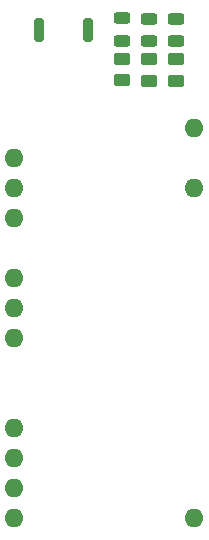
<source format=gbr>
%TF.GenerationSoftware,KiCad,Pcbnew,7.0.1*%
%TF.CreationDate,2023-03-18T17:30:27+01:00*%
%TF.ProjectId,gateway-nano-E01-ml01sp4,67617465-7761-4792-9d6e-616e6f2d4530,rev?*%
%TF.SameCoordinates,Original*%
%TF.FileFunction,Soldermask,Top*%
%TF.FilePolarity,Negative*%
%FSLAX46Y46*%
G04 Gerber Fmt 4.6, Leading zero omitted, Abs format (unit mm)*
G04 Created by KiCad (PCBNEW 7.0.1) date 2023-03-18 17:30:27*
%MOMM*%
%LPD*%
G01*
G04 APERTURE LIST*
G04 Aperture macros list*
%AMRoundRect*
0 Rectangle with rounded corners*
0 $1 Rounding radius*
0 $2 $3 $4 $5 $6 $7 $8 $9 X,Y pos of 4 corners*
0 Add a 4 corners polygon primitive as box body*
4,1,4,$2,$3,$4,$5,$6,$7,$8,$9,$2,$3,0*
0 Add four circle primitives for the rounded corners*
1,1,$1+$1,$2,$3*
1,1,$1+$1,$4,$5*
1,1,$1+$1,$6,$7*
1,1,$1+$1,$8,$9*
0 Add four rect primitives between the rounded corners*
20,1,$1+$1,$2,$3,$4,$5,0*
20,1,$1+$1,$4,$5,$6,$7,0*
20,1,$1+$1,$6,$7,$8,$9,0*
20,1,$1+$1,$8,$9,$2,$3,0*%
G04 Aperture macros list end*
%ADD10RoundRect,0.250000X0.450000X-0.262500X0.450000X0.262500X-0.450000X0.262500X-0.450000X-0.262500X0*%
%ADD11RoundRect,0.200000X0.200000X0.800000X-0.200000X0.800000X-0.200000X-0.800000X0.200000X-0.800000X0*%
%ADD12RoundRect,0.243750X0.456250X-0.243750X0.456250X0.243750X-0.456250X0.243750X-0.456250X-0.243750X0*%
%ADD13O,1.600000X1.600000*%
G04 APERTURE END LIST*
D10*
%TO.C,R11*%
X128575636Y-84933211D03*
X128575636Y-83108211D03*
%TD*%
D11*
%TO.C,SW1*%
X121175636Y-80650000D03*
X116975636Y-80650000D03*
%TD*%
D12*
%TO.C,D1*%
X124038048Y-81525743D03*
X124038048Y-79650743D03*
%TD*%
%TO.C,D3*%
X128575636Y-81558211D03*
X128575636Y-79683211D03*
%TD*%
D10*
%TO.C,R10*%
X126300000Y-84925000D03*
X126300000Y-83100000D03*
%TD*%
%TO.C,R9*%
X124038048Y-84900743D03*
X124038048Y-83075743D03*
%TD*%
D13*
%TO.C,A1*%
X114935000Y-91440000D03*
X114935000Y-93980000D03*
X114935000Y-96520000D03*
X114935000Y-101600000D03*
X114935000Y-104140000D03*
X114935000Y-106680000D03*
X114935000Y-114300000D03*
X114935000Y-116840000D03*
X114935000Y-119380000D03*
X114935000Y-121920000D03*
X130175000Y-121920000D03*
X130175000Y-93980000D03*
X130175000Y-88900000D03*
%TD*%
D12*
%TO.C,D2*%
X126300000Y-81537500D03*
X126300000Y-79662500D03*
%TD*%
M02*

</source>
